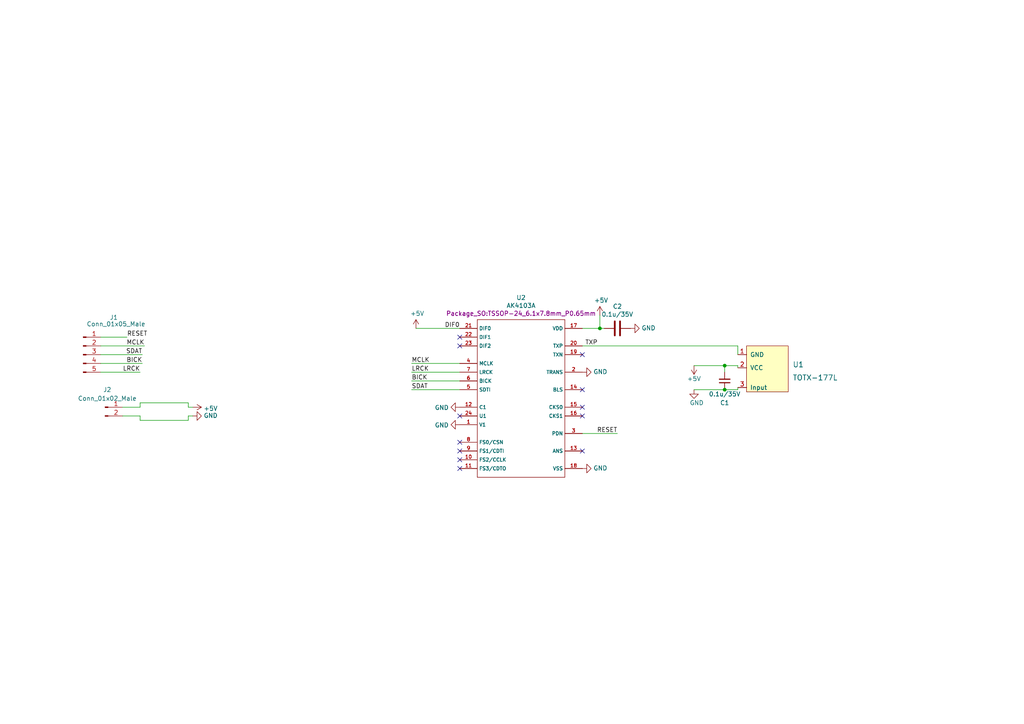
<source format=kicad_sch>
(kicad_sch (version 20211123) (generator eeschema)

  (uuid e63e39d7-6ac0-4ffd-8aa3-1841a4541b55)

  (paper "A4")

  (lib_symbols
    (symbol "Connector:Conn_01x02_Male" (pin_names (offset 1.016) hide) (in_bom yes) (on_board yes)
      (property "Reference" "J" (id 0) (at 0 2.54 0)
        (effects (font (size 1.27 1.27)))
      )
      (property "Value" "Conn_01x02_Male" (id 1) (at 0 -5.08 0)
        (effects (font (size 1.27 1.27)))
      )
      (property "Footprint" "" (id 2) (at 0 0 0)
        (effects (font (size 1.27 1.27)) hide)
      )
      (property "Datasheet" "~" (id 3) (at 0 0 0)
        (effects (font (size 1.27 1.27)) hide)
      )
      (property "ki_keywords" "connector" (id 4) (at 0 0 0)
        (effects (font (size 1.27 1.27)) hide)
      )
      (property "ki_description" "Generic connector, single row, 01x02, script generated (kicad-library-utils/schlib/autogen/connector/)" (id 5) (at 0 0 0)
        (effects (font (size 1.27 1.27)) hide)
      )
      (property "ki_fp_filters" "Connector*:*_1x??_*" (id 6) (at 0 0 0)
        (effects (font (size 1.27 1.27)) hide)
      )
      (symbol "Conn_01x02_Male_1_1"
        (polyline
          (pts
            (xy 1.27 -2.54)
            (xy 0.8636 -2.54)
          )
          (stroke (width 0.1524) (type default) (color 0 0 0 0))
          (fill (type none))
        )
        (polyline
          (pts
            (xy 1.27 0)
            (xy 0.8636 0)
          )
          (stroke (width 0.1524) (type default) (color 0 0 0 0))
          (fill (type none))
        )
        (rectangle (start 0.8636 -2.413) (end 0 -2.667)
          (stroke (width 0.1524) (type default) (color 0 0 0 0))
          (fill (type outline))
        )
        (rectangle (start 0.8636 0.127) (end 0 -0.127)
          (stroke (width 0.1524) (type default) (color 0 0 0 0))
          (fill (type outline))
        )
        (pin passive line (at 5.08 0 180) (length 3.81)
          (name "Pin_1" (effects (font (size 1.27 1.27))))
          (number "1" (effects (font (size 1.27 1.27))))
        )
        (pin passive line (at 5.08 -2.54 180) (length 3.81)
          (name "Pin_2" (effects (font (size 1.27 1.27))))
          (number "2" (effects (font (size 1.27 1.27))))
        )
      )
    )
    (symbol "Connector:Conn_01x05_Male" (pin_names (offset 1.016) hide) (in_bom yes) (on_board yes)
      (property "Reference" "J" (id 0) (at 0 7.62 0)
        (effects (font (size 1.27 1.27)))
      )
      (property "Value" "Conn_01x05_Male" (id 1) (at 0 -7.62 0)
        (effects (font (size 1.27 1.27)))
      )
      (property "Footprint" "" (id 2) (at 0 0 0)
        (effects (font (size 1.27 1.27)) hide)
      )
      (property "Datasheet" "~" (id 3) (at 0 0 0)
        (effects (font (size 1.27 1.27)) hide)
      )
      (property "ki_keywords" "connector" (id 4) (at 0 0 0)
        (effects (font (size 1.27 1.27)) hide)
      )
      (property "ki_description" "Generic connector, single row, 01x05, script generated (kicad-library-utils/schlib/autogen/connector/)" (id 5) (at 0 0 0)
        (effects (font (size 1.27 1.27)) hide)
      )
      (property "ki_fp_filters" "Connector*:*_1x??_*" (id 6) (at 0 0 0)
        (effects (font (size 1.27 1.27)) hide)
      )
      (symbol "Conn_01x05_Male_1_1"
        (polyline
          (pts
            (xy 1.27 -5.08)
            (xy 0.8636 -5.08)
          )
          (stroke (width 0.1524) (type default) (color 0 0 0 0))
          (fill (type none))
        )
        (polyline
          (pts
            (xy 1.27 -2.54)
            (xy 0.8636 -2.54)
          )
          (stroke (width 0.1524) (type default) (color 0 0 0 0))
          (fill (type none))
        )
        (polyline
          (pts
            (xy 1.27 0)
            (xy 0.8636 0)
          )
          (stroke (width 0.1524) (type default) (color 0 0 0 0))
          (fill (type none))
        )
        (polyline
          (pts
            (xy 1.27 2.54)
            (xy 0.8636 2.54)
          )
          (stroke (width 0.1524) (type default) (color 0 0 0 0))
          (fill (type none))
        )
        (polyline
          (pts
            (xy 1.27 5.08)
            (xy 0.8636 5.08)
          )
          (stroke (width 0.1524) (type default) (color 0 0 0 0))
          (fill (type none))
        )
        (rectangle (start 0.8636 -4.953) (end 0 -5.207)
          (stroke (width 0.1524) (type default) (color 0 0 0 0))
          (fill (type outline))
        )
        (rectangle (start 0.8636 -2.413) (end 0 -2.667)
          (stroke (width 0.1524) (type default) (color 0 0 0 0))
          (fill (type outline))
        )
        (rectangle (start 0.8636 0.127) (end 0 -0.127)
          (stroke (width 0.1524) (type default) (color 0 0 0 0))
          (fill (type outline))
        )
        (rectangle (start 0.8636 2.667) (end 0 2.413)
          (stroke (width 0.1524) (type default) (color 0 0 0 0))
          (fill (type outline))
        )
        (rectangle (start 0.8636 5.207) (end 0 4.953)
          (stroke (width 0.1524) (type default) (color 0 0 0 0))
          (fill (type outline))
        )
        (pin passive line (at 5.08 5.08 180) (length 3.81)
          (name "Pin_1" (effects (font (size 1.27 1.27))))
          (number "1" (effects (font (size 1.27 1.27))))
        )
        (pin passive line (at 5.08 2.54 180) (length 3.81)
          (name "Pin_2" (effects (font (size 1.27 1.27))))
          (number "2" (effects (font (size 1.27 1.27))))
        )
        (pin passive line (at 5.08 0 180) (length 3.81)
          (name "Pin_3" (effects (font (size 1.27 1.27))))
          (number "3" (effects (font (size 1.27 1.27))))
        )
        (pin passive line (at 5.08 -2.54 180) (length 3.81)
          (name "Pin_4" (effects (font (size 1.27 1.27))))
          (number "4" (effects (font (size 1.27 1.27))))
        )
        (pin passive line (at 5.08 -5.08 180) (length 3.81)
          (name "Pin_5" (effects (font (size 1.27 1.27))))
          (number "5" (effects (font (size 1.27 1.27))))
        )
      )
    )
    (symbol "Device:C" (pin_numbers hide) (pin_names (offset 0.254)) (in_bom yes) (on_board yes)
      (property "Reference" "C" (id 0) (at 0.635 2.54 0)
        (effects (font (size 1.27 1.27)) (justify left))
      )
      (property "Value" "C" (id 1) (at 0.635 -2.54 0)
        (effects (font (size 1.27 1.27)) (justify left))
      )
      (property "Footprint" "" (id 2) (at 0.9652 -3.81 0)
        (effects (font (size 1.27 1.27)) hide)
      )
      (property "Datasheet" "~" (id 3) (at 0 0 0)
        (effects (font (size 1.27 1.27)) hide)
      )
      (property "ki_keywords" "cap capacitor" (id 4) (at 0 0 0)
        (effects (font (size 1.27 1.27)) hide)
      )
      (property "ki_description" "Unpolarized capacitor" (id 5) (at 0 0 0)
        (effects (font (size 1.27 1.27)) hide)
      )
      (property "ki_fp_filters" "C_*" (id 6) (at 0 0 0)
        (effects (font (size 1.27 1.27)) hide)
      )
      (symbol "C_0_1"
        (polyline
          (pts
            (xy -2.032 -0.762)
            (xy 2.032 -0.762)
          )
          (stroke (width 0.508) (type default) (color 0 0 0 0))
          (fill (type none))
        )
        (polyline
          (pts
            (xy -2.032 0.762)
            (xy 2.032 0.762)
          )
          (stroke (width 0.508) (type default) (color 0 0 0 0))
          (fill (type none))
        )
      )
      (symbol "C_1_1"
        (pin passive line (at 0 3.81 270) (length 2.794)
          (name "~" (effects (font (size 1.27 1.27))))
          (number "1" (effects (font (size 1.27 1.27))))
        )
        (pin passive line (at 0 -3.81 90) (length 2.794)
          (name "~" (effects (font (size 1.27 1.27))))
          (number "2" (effects (font (size 1.27 1.27))))
        )
      )
    )
    (symbol "Device:C_Small" (pin_numbers hide) (pin_names (offset 0.254) hide) (in_bom yes) (on_board yes)
      (property "Reference" "C" (id 0) (at 0.254 1.778 0)
        (effects (font (size 1.27 1.27)) (justify left))
      )
      (property "Value" "C_Small" (id 1) (at 0.254 -2.032 0)
        (effects (font (size 1.27 1.27)) (justify left))
      )
      (property "Footprint" "" (id 2) (at 0 0 0)
        (effects (font (size 1.27 1.27)) hide)
      )
      (property "Datasheet" "~" (id 3) (at 0 0 0)
        (effects (font (size 1.27 1.27)) hide)
      )
      (property "ki_keywords" "capacitor cap" (id 4) (at 0 0 0)
        (effects (font (size 1.27 1.27)) hide)
      )
      (property "ki_description" "Unpolarized capacitor, small symbol" (id 5) (at 0 0 0)
        (effects (font (size 1.27 1.27)) hide)
      )
      (property "ki_fp_filters" "C_*" (id 6) (at 0 0 0)
        (effects (font (size 1.27 1.27)) hide)
      )
      (symbol "C_Small_0_1"
        (polyline
          (pts
            (xy -1.524 -0.508)
            (xy 1.524 -0.508)
          )
          (stroke (width 0.3302) (type default) (color 0 0 0 0))
          (fill (type none))
        )
        (polyline
          (pts
            (xy -1.524 0.508)
            (xy 1.524 0.508)
          )
          (stroke (width 0.3048) (type default) (color 0 0 0 0))
          (fill (type none))
        )
      )
      (symbol "C_Small_1_1"
        (pin passive line (at 0 2.54 270) (length 2.032)
          (name "~" (effects (font (size 1.27 1.27))))
          (number "1" (effects (font (size 1.27 1.27))))
        )
        (pin passive line (at 0 -2.54 90) (length 2.032)
          (name "~" (effects (font (size 1.27 1.27))))
          (number "2" (effects (font (size 1.27 1.27))))
        )
      )
    )
    (symbol "akm:AK4103A" (in_bom yes) (on_board yes)
      (property "Reference" "U" (id 0) (at -12.7 21.59 0)
        (effects (font (size 1.27 1.27)) (justify left bottom))
      )
      (property "Value" "AK4103A" (id 1) (at -12.7 -27.94 0)
        (effects (font (size 1.27 1.27)) (justify left bottom))
      )
      (property "Footprint" "akm-VSOP24" (id 2) (at 0 3.81 0)
        (effects (font (size 1.27 1.27)) hide)
      )
      (property "Datasheet" "" (id 3) (at 0 0 0)
        (effects (font (size 1.27 1.27)) hide)
      )
      (property "ki_locked" "" (id 4) (at 0 0 0)
        (effects (font (size 1.27 1.27)))
      )
      (symbol "AK4103A_1_0"
        (polyline
          (pts
            (xy -12.7 -25.4)
            (xy -12.7 20.32)
          )
          (stroke (width 0) (type default) (color 0 0 0 0))
          (fill (type none))
        )
        (polyline
          (pts
            (xy -12.7 20.32)
            (xy 12.7 20.32)
          )
          (stroke (width 0) (type default) (color 0 0 0 0))
          (fill (type none))
        )
        (polyline
          (pts
            (xy 12.7 -25.4)
            (xy -12.7 -25.4)
          )
          (stroke (width 0) (type default) (color 0 0 0 0))
          (fill (type none))
        )
        (polyline
          (pts
            (xy 12.7 20.32)
            (xy 12.7 -25.4)
          )
          (stroke (width 0) (type default) (color 0 0 0 0))
          (fill (type none))
        )
      )
      (symbol "AK4103A_1_1"
        (pin input line (at -17.78 -10.16 0) (length 5.08)
          (name "V1" (effects (font (size 1.016 1.016))))
          (number "1" (effects (font (size 1.016 1.016))))
        )
        (pin bidirectional line (at -17.78 -20.32 0) (length 5.08)
          (name "FS2/CCLK" (effects (font (size 1.016 1.016))))
          (number "10" (effects (font (size 1.016 1.016))))
        )
        (pin bidirectional line (at -17.78 -22.86 0) (length 5.08)
          (name "FS3/CDTO" (effects (font (size 1.016 1.016))))
          (number "11" (effects (font (size 1.016 1.016))))
        )
        (pin input line (at -17.78 -5.08 0) (length 5.08)
          (name "C1" (effects (font (size 1.016 1.016))))
          (number "12" (effects (font (size 1.016 1.016))))
        )
        (pin bidirectional line (at 17.78 -17.78 180) (length 5.08)
          (name "ANS" (effects (font (size 1.016 1.016))))
          (number "13" (effects (font (size 1.016 1.016))))
        )
        (pin bidirectional line (at 17.78 0 180) (length 5.08)
          (name "BLS" (effects (font (size 1.016 1.016))))
          (number "14" (effects (font (size 1.016 1.016))))
        )
        (pin input line (at 17.78 -5.08 180) (length 5.08)
          (name "CKS0" (effects (font (size 1.016 1.016))))
          (number "15" (effects (font (size 1.016 1.016))))
        )
        (pin input line (at 17.78 -7.62 180) (length 5.08)
          (name "CKS1" (effects (font (size 1.016 1.016))))
          (number "16" (effects (font (size 1.016 1.016))))
        )
        (pin bidirectional line (at 17.78 17.78 180) (length 5.08)
          (name "VDD" (effects (font (size 1.016 1.016))))
          (number "17" (effects (font (size 1.016 1.016))))
        )
        (pin bidirectional line (at 17.78 -22.86 180) (length 5.08)
          (name "VSS" (effects (font (size 1.016 1.016))))
          (number "18" (effects (font (size 1.016 1.016))))
        )
        (pin output line (at 17.78 10.16 180) (length 5.08)
          (name "TXN" (effects (font (size 1.016 1.016))))
          (number "19" (effects (font (size 1.016 1.016))))
        )
        (pin input line (at 17.78 5.08 180) (length 5.08)
          (name "TRANS" (effects (font (size 1.016 1.016))))
          (number "2" (effects (font (size 1.016 1.016))))
        )
        (pin output line (at 17.78 12.7 180) (length 5.08)
          (name "TXP" (effects (font (size 1.016 1.016))))
          (number "20" (effects (font (size 1.016 1.016))))
        )
        (pin input line (at -17.78 17.78 0) (length 5.08)
          (name "DIF0" (effects (font (size 1.016 1.016))))
          (number "21" (effects (font (size 1.016 1.016))))
        )
        (pin input line (at -17.78 15.24 0) (length 5.08)
          (name "DIF1" (effects (font (size 1.016 1.016))))
          (number "22" (effects (font (size 1.016 1.016))))
        )
        (pin input line (at -17.78 12.7 0) (length 5.08)
          (name "DIF2" (effects (font (size 1.016 1.016))))
          (number "23" (effects (font (size 1.016 1.016))))
        )
        (pin input line (at -17.78 -7.62 0) (length 5.08)
          (name "U1" (effects (font (size 1.016 1.016))))
          (number "24" (effects (font (size 1.016 1.016))))
        )
        (pin input line (at 17.78 -12.7 180) (length 5.08)
          (name "PDN" (effects (font (size 1.016 1.016))))
          (number "3" (effects (font (size 1.016 1.016))))
        )
        (pin input line (at -17.78 7.62 0) (length 5.08)
          (name "MCLK" (effects (font (size 1.016 1.016))))
          (number "4" (effects (font (size 1.016 1.016))))
        )
        (pin input line (at -17.78 0 0) (length 5.08)
          (name "SDTI" (effects (font (size 1.016 1.016))))
          (number "5" (effects (font (size 1.016 1.016))))
        )
        (pin bidirectional line (at -17.78 2.54 0) (length 5.08)
          (name "BICK" (effects (font (size 1.016 1.016))))
          (number "6" (effects (font (size 1.016 1.016))))
        )
        (pin bidirectional line (at -17.78 5.08 0) (length 5.08)
          (name "LRCK" (effects (font (size 1.016 1.016))))
          (number "7" (effects (font (size 1.016 1.016))))
        )
        (pin bidirectional line (at -17.78 -15.24 0) (length 5.08)
          (name "FS0/CSN" (effects (font (size 1.016 1.016))))
          (number "8" (effects (font (size 1.016 1.016))))
        )
        (pin bidirectional line (at -17.78 -17.78 0) (length 5.08)
          (name "FS1/CDTI" (effects (font (size 1.016 1.016))))
          (number "9" (effects (font (size 1.016 1.016))))
        )
      )
    )
    (symbol "power:+5V" (power) (pin_names (offset 0)) (in_bom yes) (on_board yes)
      (property "Reference" "#PWR" (id 0) (at 0 -3.81 0)
        (effects (font (size 1.27 1.27)) hide)
      )
      (property "Value" "+5V" (id 1) (at 0 3.556 0)
        (effects (font (size 1.27 1.27)))
      )
      (property "Footprint" "" (id 2) (at 0 0 0)
        (effects (font (size 1.27 1.27)) hide)
      )
      (property "Datasheet" "" (id 3) (at 0 0 0)
        (effects (font (size 1.27 1.27)) hide)
      )
      (property "ki_keywords" "power-flag" (id 4) (at 0 0 0)
        (effects (font (size 1.27 1.27)) hide)
      )
      (property "ki_description" "Power symbol creates a global label with name \"+5V\"" (id 5) (at 0 0 0)
        (effects (font (size 1.27 1.27)) hide)
      )
      (symbol "+5V_0_1"
        (polyline
          (pts
            (xy -0.762 1.27)
            (xy 0 2.54)
          )
          (stroke (width 0) (type default) (color 0 0 0 0))
          (fill (type none))
        )
        (polyline
          (pts
            (xy 0 0)
            (xy 0 2.54)
          )
          (stroke (width 0) (type default) (color 0 0 0 0))
          (fill (type none))
        )
        (polyline
          (pts
            (xy 0 2.54)
            (xy 0.762 1.27)
          )
          (stroke (width 0) (type default) (color 0 0 0 0))
          (fill (type none))
        )
      )
      (symbol "+5V_1_1"
        (pin power_in line (at 0 0 90) (length 0) hide
          (name "+5V" (effects (font (size 1.27 1.27))))
          (number "1" (effects (font (size 1.27 1.27))))
        )
      )
    )
    (symbol "power:GND" (power) (pin_names (offset 0)) (in_bom yes) (on_board yes)
      (property "Reference" "#PWR" (id 0) (at 0 -6.35 0)
        (effects (font (size 1.27 1.27)) hide)
      )
      (property "Value" "GND" (id 1) (at 0 -3.81 0)
        (effects (font (size 1.27 1.27)))
      )
      (property "Footprint" "" (id 2) (at 0 0 0)
        (effects (font (size 1.27 1.27)) hide)
      )
      (property "Datasheet" "" (id 3) (at 0 0 0)
        (effects (font (size 1.27 1.27)) hide)
      )
      (property "ki_keywords" "power-flag" (id 4) (at 0 0 0)
        (effects (font (size 1.27 1.27)) hide)
      )
      (property "ki_description" "Power symbol creates a global label with name \"GND\" , ground" (id 5) (at 0 0 0)
        (effects (font (size 1.27 1.27)) hide)
      )
      (symbol "GND_0_1"
        (polyline
          (pts
            (xy 0 0)
            (xy 0 -1.27)
            (xy 1.27 -1.27)
            (xy 0 -2.54)
            (xy -1.27 -1.27)
            (xy 0 -1.27)
          )
          (stroke (width 0) (type default) (color 0 0 0 0))
          (fill (type none))
        )
      )
      (symbol "GND_1_1"
        (pin power_in line (at 0 0 270) (length 0) hide
          (name "GND" (effects (font (size 1.27 1.27))))
          (number "1" (effects (font (size 1.27 1.27))))
        )
      )
    )
    (symbol "selfmade:totx177" (pin_names (offset 1.016)) (in_bom yes) (on_board yes)
      (property "Reference" "U" (id 0) (at -1.27 5.08 0)
        (effects (font (size 1.524 1.524)))
      )
      (property "Value" "totx177" (id 1) (at -4.445 -0.635 90)
        (effects (font (size 1.524 1.524)))
      )
      (property "Footprint" "footprints:Toshiba_TOTX177" (id 2) (at -1.27 1.905 0)
        (effects (font (size 1.524 1.524)) hide)
      )
      (property "Datasheet" "" (id 3) (at -1.27 1.905 0)
        (effects (font (size 1.524 1.524)) hide)
      )
      (symbol "totx177_0_1"
        (rectangle (start -5.715 5.715) (end 6.35 -7.62)
          (stroke (width 0) (type default) (color 0 0 0 0))
          (fill (type background))
        )
      )
      (symbol "totx177_1_1"
        (pin input line (at 8.89 3.175 180) (length 2.54)
          (name "GND" (effects (font (size 1.27 1.27))))
          (number "1" (effects (font (size 1.27 1.27))))
        )
        (pin input line (at 8.89 -0.635 180) (length 2.54)
          (name "VCC" (effects (font (size 1.27 1.27))))
          (number "2" (effects (font (size 1.27 1.27))))
        )
        (pin input line (at 8.89 -6.35 180) (length 2.54)
          (name "Input" (effects (font (size 1.27 1.27))))
          (number "3" (effects (font (size 1.27 1.27))))
        )
      )
    )
  )


  (junction (at 173.99 95.25) (diameter 0) (color 0 0 0 0)
    (uuid 08a7c925-7fae-4530-b0c9-120e185cb318)
  )
  (junction (at 210.185 106.045) (diameter 0) (color 0 0 0 0)
    (uuid 274bdca7-a632-4b4f-a50a-051b913f18e1)
  )
  (junction (at 210.185 113.03) (diameter 0) (color 0 0 0 0)
    (uuid a3a4ee58-d79d-49ad-8c56-75dc0f9fbfd2)
  )

  (no_connect (at 133.35 135.89) (uuid 06c259e4-fa5f-4b49-92b8-6d82aaa96d72))
  (no_connect (at 133.35 97.79) (uuid 21f16bf5-fa59-4cb4-aaaa-24a8d14a9c87))
  (no_connect (at 133.35 128.27) (uuid 2d6b95c7-553f-4495-95ce-cb62b23944eb))
  (no_connect (at 168.91 120.65) (uuid 30fb4178-773d-4224-a8bf-85fa55425eca))
  (no_connect (at 133.35 100.33) (uuid 4ef6c26e-1046-427f-9ae6-073582b997b1))
  (no_connect (at 133.35 120.65) (uuid 53a9e473-5a4e-457b-a886-d97da566fa9d))
  (no_connect (at 133.35 130.81) (uuid 5e90be12-c12d-4ef9-8792-3f9bcfb29f9e))
  (no_connect (at 168.91 118.11) (uuid 8545057b-e8b7-49e5-84a2-3b3b90a19bbb))
  (no_connect (at 168.91 113.03) (uuid c4c7714c-2833-4796-a64e-3123a2efd2b8))
  (no_connect (at 133.35 133.35) (uuid c7917408-c813-4598-b2a4-832ccc524260))
  (no_connect (at 168.91 130.81) (uuid cdf229ee-3199-459f-b5ec-7ce3c1b6bf10))
  (no_connect (at 168.91 102.87) (uuid f9002227-a65a-4d68-9326-1468d9ee86dc))

  (wire (pts (xy 213.995 113.03) (xy 213.995 112.395))
    (stroke (width 0) (type default) (color 0 0 0 0))
    (uuid 0030d980-7009-4d27-a9ec-0dace449efe2)
  )
  (wire (pts (xy 210.185 106.045) (xy 201.295 106.045))
    (stroke (width 0) (type default) (color 0 0 0 0))
    (uuid 14d4844f-cf68-4a8e-adfb-f9b2c51adc4d)
  )
  (wire (pts (xy 210.185 113.03) (xy 213.995 113.03))
    (stroke (width 0) (type default) (color 0 0 0 0))
    (uuid 179e049d-fc8b-4455-8773-983fa57269e9)
  )
  (wire (pts (xy 35.56 120.65) (xy 40.64 120.65))
    (stroke (width 0) (type solid) (color 0 0 0 0))
    (uuid 19a3752b-264a-4a7c-8586-2aad14ea72ec)
  )
  (wire (pts (xy 29.21 100.33) (xy 41.91 100.33))
    (stroke (width 0) (type default) (color 0 0 0 0))
    (uuid 440b4f96-db2f-4d3a-b254-c74d12d9bbd6)
  )
  (wire (pts (xy 201.295 113.03) (xy 210.185 113.03))
    (stroke (width 0) (type default) (color 0 0 0 0))
    (uuid 4e8af061-13ba-4ccc-ae15-9a0a4fc8cb68)
  )
  (wire (pts (xy 173.99 95.25) (xy 175.26 95.25))
    (stroke (width 0) (type solid) (color 0 0 0 0))
    (uuid 6284122b-79c3-4e04-925e-3d32cc3ec077)
  )
  (wire (pts (xy 119.38 110.49) (xy 133.35 110.49))
    (stroke (width 0) (type solid) (color 0 0 0 0))
    (uuid 6595b9c7-02ee-4647-bde5-6b566e35163e)
  )
  (wire (pts (xy 173.99 91.44) (xy 173.99 95.25))
    (stroke (width 0) (type solid) (color 0 0 0 0))
    (uuid 67763d19-f622-4e1e-81e5-5b24da7c3f99)
  )
  (wire (pts (xy 55.88 118.11) (xy 54.61 118.11))
    (stroke (width 0) (type solid) (color 0 0 0 0))
    (uuid 70400c64-f3d5-4c1e-ac05-2374b6e3977f)
  )
  (wire (pts (xy 168.91 125.73) (xy 179.07 125.73))
    (stroke (width 0) (type solid) (color 0 0 0 0))
    (uuid 84e5506c-143e-495f-9aa4-d3a71622f213)
  )
  (wire (pts (xy 210.185 106.045) (xy 210.185 107.95))
    (stroke (width 0) (type default) (color 0 0 0 0))
    (uuid 898aeee0-512d-4180-b558-d2b8589c0492)
  )
  (wire (pts (xy 40.64 116.84) (xy 40.64 118.11))
    (stroke (width 0) (type solid) (color 0 0 0 0))
    (uuid 8ad89c88-5342-4df4-82df-39b7714b10bf)
  )
  (wire (pts (xy 29.21 97.79) (xy 36.83 97.79))
    (stroke (width 0) (type solid) (color 0 0 0 0))
    (uuid 9ef7bad4-fca2-4d57-8fcc-673520faeae6)
  )
  (wire (pts (xy 213.995 106.045) (xy 210.185 106.045))
    (stroke (width 0) (type default) (color 0 0 0 0))
    (uuid a5bb727c-a28b-42d1-a285-b01a09e8bcbc)
  )
  (wire (pts (xy 119.38 105.41) (xy 133.35 105.41))
    (stroke (width 0) (type solid) (color 0 0 0 0))
    (uuid b1c649b1-f44d-46c7-9dea-818e75a1b87e)
  )
  (wire (pts (xy 40.64 118.11) (xy 35.56 118.11))
    (stroke (width 0) (type solid) (color 0 0 0 0))
    (uuid b3ef326a-7fb9-43e3-8746-445f4659e4ed)
  )
  (wire (pts (xy 119.38 113.03) (xy 133.35 113.03))
    (stroke (width 0) (type solid) (color 0 0 0 0))
    (uuid b7199d9b-bebb-4100-9ad3-c2bd31e21d65)
  )
  (wire (pts (xy 168.91 100.33) (xy 213.995 100.33))
    (stroke (width 0) (type default) (color 0 0 0 0))
    (uuid baab19c7-350c-4d10-b00d-c899fb4612e0)
  )
  (wire (pts (xy 213.995 100.33) (xy 213.995 102.87))
    (stroke (width 0) (type default) (color 0 0 0 0))
    (uuid c9d8fb4c-9b7f-4222-907c-1f68d5ec29c5)
  )
  (wire (pts (xy 40.64 120.65) (xy 40.64 121.92))
    (stroke (width 0) (type solid) (color 0 0 0 0))
    (uuid cb49e569-4984-47e2-a606-a13ec0213386)
  )
  (wire (pts (xy 54.61 120.65) (xy 55.88 120.65))
    (stroke (width 0) (type solid) (color 0 0 0 0))
    (uuid ded14c0a-315c-40db-9eaa-bd4d4782953c)
  )
  (wire (pts (xy 54.61 121.92) (xy 54.61 120.65))
    (stroke (width 0) (type solid) (color 0 0 0 0))
    (uuid e3e3fa79-00eb-4b8c-9b9b-c3bf1f2348e2)
  )
  (wire (pts (xy 120.65 95.25) (xy 133.35 95.25))
    (stroke (width 0) (type solid) (color 0 0 0 0))
    (uuid e4c6fdbb-fdc7-4ad4-a516-240d84cdc120)
  )
  (wire (pts (xy 54.61 118.11) (xy 54.61 116.84))
    (stroke (width 0) (type solid) (color 0 0 0 0))
    (uuid f14f4630-ca56-4a97-9bce-501f45c538bc)
  )
  (wire (pts (xy 29.21 105.41) (xy 41.275 105.41))
    (stroke (width 0) (type default) (color 0 0 0 0))
    (uuid f2b7d031-748f-4da0-9a8c-fca7533e562d)
  )
  (wire (pts (xy 40.64 116.84) (xy 54.61 116.84))
    (stroke (width 0) (type solid) (color 0 0 0 0))
    (uuid f3421ad6-dc28-4572-a569-f09feee4e816)
  )
  (wire (pts (xy 119.38 107.95) (xy 133.35 107.95))
    (stroke (width 0) (type solid) (color 0 0 0 0))
    (uuid f3628265-0155-43e2-a467-c40ff783e265)
  )
  (wire (pts (xy 168.91 95.25) (xy 173.99 95.25))
    (stroke (width 0) (type solid) (color 0 0 0 0))
    (uuid f40d350f-0d3e-4f8a-b004-d950f2f8f1ba)
  )
  (wire (pts (xy 213.995 106.045) (xy 213.995 106.68))
    (stroke (width 0) (type default) (color 0 0 0 0))
    (uuid f4a1030f-e71b-4405-a0ed-70ebe04ae1ed)
  )
  (wire (pts (xy 29.21 102.87) (xy 41.275 102.87))
    (stroke (width 0) (type default) (color 0 0 0 0))
    (uuid f89c2c5c-e222-4e0c-87e6-adabc805b3ff)
  )
  (wire (pts (xy 40.64 121.92) (xy 54.61 121.92))
    (stroke (width 0) (type solid) (color 0 0 0 0))
    (uuid fcdaee6d-5762-4231-b813-1a7a7ef96143)
  )
  (wire (pts (xy 29.21 107.95) (xy 40.64 107.95))
    (stroke (width 0) (type solid) (color 0 0 0 0))
    (uuid ffdd2932-0263-4b0d-976c-c3107bb66427)
  )

  (label "SDAT" (at 41.275 102.87 180)
    (effects (font (size 1.27 1.27)) (justify right bottom))
    (uuid 253529a8-0aa5-4a4f-b2c4-7054b3e1e305)
  )
  (label "TXP" (at 173.355 100.33 180)
    (effects (font (size 1.27 1.27)) (justify right bottom))
    (uuid 382ca670-6ae8-4de6-90f9-f241d1337171)
  )
  (label "RESET" (at 179.07 125.73 180)
    (effects (font (size 1.27 1.27)) (justify right bottom))
    (uuid 5cf2db29-f7ab-499a-9907-cdeba64bf0f3)
  )
  (label "LRCK" (at 40.64 107.95 180)
    (effects (font (size 1.27 1.27)) (justify right bottom))
    (uuid 5ece25fc-3cfb-4202-93ca-39d81d8ece73)
  )
  (label "MCLK" (at 119.38 105.41 0)
    (effects (font (size 1.27 1.27)) (justify left bottom))
    (uuid 7982b0aa-ef8e-47f9-a2a9-295924d921de)
  )
  (label "BICK" (at 41.275 105.41 180)
    (effects (font (size 1.27 1.27)) (justify right bottom))
    (uuid 83c0839b-f43b-4763-b8dd-bb3f89b063b7)
  )
  (label "BICK" (at 119.38 110.49 0)
    (effects (font (size 1.27 1.27)) (justify left bottom))
    (uuid 9b3c58a7-a9b9-4498-abc0-f9f43e4f0292)
  )
  (label "LRCK" (at 119.38 107.95 0)
    (effects (font (size 1.27 1.27)) (justify left bottom))
    (uuid c094494a-f6f7-43fc-a007-4951484ddf3a)
  )
  (label "SDAT" (at 119.38 113.03 0)
    (effects (font (size 1.27 1.27)) (justify left bottom))
    (uuid e40e8cef-4fb0-4fc3-be09-3875b2cc8469)
  )
  (label "DIF0" (at 133.35 95.25 180)
    (effects (font (size 1.27 1.27)) (justify right bottom))
    (uuid e65b62be-e01b-4688-a999-1d1be370c4ae)
  )
  (label "RESET" (at 36.83 97.79 0)
    (effects (font (size 1.27 1.27)) (justify left bottom))
    (uuid f1bb632a-9111-4cf7-911f-c2eae6abb9e9)
  )
  (label "MCLK" (at 41.91 100.33 180)
    (effects (font (size 1.27 1.27)) (justify right bottom))
    (uuid f9b756c8-9c0c-41d3-9f2c-a10679623802)
  )

  (symbol (lib_id "akm:AK4103A") (at 151.13 113.03 0) (unit 1)
    (in_bom yes) (on_board yes)
    (uuid 04debc0c-4080-4717-aef8-9a800102db0a)
    (property "Reference" "U2" (id 0) (at 151.13 86.3282 0))
    (property "Value" "AK4103A" (id 1) (at 151.13 88.6269 0))
    (property "Footprint" "Package_SO:TSSOP-24_6.1x7.8mm_P0.65mm" (id 2) (at 151.13 90.9256 0))
    (property "Datasheet" "" (id 3) (at 151.13 113.03 0)
      (effects (font (size 1.27 1.27)) hide)
    )
    (pin "1" (uuid 7ac1ccc5-26c5-4b73-8425-7bbec927bf24))
    (pin "10" (uuid 26296271-780a-4da9-8e69-910d9240bca1))
    (pin "11" (uuid 1a7e7b16-fc7c-4e64-9ace-48cc78112437))
    (pin "12" (uuid 173fd4a7-b485-4e9d-8724-470865466784))
    (pin "13" (uuid 96ee9b8e-4543-4639-b9ea-44b8baaaf94e))
    (pin "14" (uuid bab3431c-ede6-417b-8033-763748a11a9f))
    (pin "15" (uuid 5f059fcf-8990-4db3-9058-7f232d9600e1))
    (pin "16" (uuid 6a25c4e1-7129-430c-892b-6eecb6ffdb47))
    (pin "17" (uuid d8f24303-7e52-49a9-9e82-8d60c3aaa009))
    (pin "18" (uuid fcb4f52a-a6cb-4ca0-970a-4c8a2c0f3942))
    (pin "19" (uuid a08c061a-7f5b-4909-b673-0d0a59a012a3))
    (pin "2" (uuid 6a1ae8ee-dea6-4015-b83e-baf8fcdfaf0f))
    (pin "20" (uuid 5cc7655c-62f2-43d2-a7a5-eaa4635dada8))
    (pin "21" (uuid 8efe6411-1919-4082-b5b8-393585e068c8))
    (pin "22" (uuid 4e7a230a-c1a4-4455-81ee-277835acf4a2))
    (pin "23" (uuid 2bbd6c26-4114-4518-8f4a-c6fdadc046b6))
    (pin "24" (uuid 51f5536d-48d2-4807-be44-93f427952b0e))
    (pin "3" (uuid fe4068b9-89da-4c59-ba51-b5949772f5d8))
    (pin "4" (uuid 92574e8a-729f-48de-afcb-97b4f5e826f8))
    (pin "5" (uuid b6924901-677d-424a-a3f4-52c8dd1fa5f5))
    (pin "6" (uuid 41ab46ed-40f5-461d-81aa-1f02dc069a49))
    (pin "7" (uuid d8d71ad3-6fd1-4a98-9c1f-70c4fbf3d1d1))
    (pin "8" (uuid 105d44ff-63b9-4299-9078-473af583971a))
    (pin "9" (uuid 341e67eb-d5e1-4cb7-9d11-5aa4ab832a2a))
  )

  (symbol (lib_id "power:+5V") (at 55.88 118.11 270) (unit 1)
    (in_bom yes) (on_board yes)
    (uuid 130406d2-4302-4e1d-b658-c7bc230801bb)
    (property "Reference" "#PWR0105" (id 0) (at 52.07 118.11 0)
      (effects (font (size 1.27 1.27)) hide)
    )
    (property "Value" "+5V" (id 1) (at 59.0551 118.4783 90)
      (effects (font (size 1.27 1.27)) (justify left))
    )
    (property "Footprint" "" (id 2) (at 55.88 118.11 0)
      (effects (font (size 1.27 1.27)) hide)
    )
    (property "Datasheet" "" (id 3) (at 55.88 118.11 0)
      (effects (font (size 1.27 1.27)) hide)
    )
    (pin "1" (uuid 5ac4559b-633c-43e4-8782-df6274d320e4))
  )

  (symbol (lib_id "Connector:Conn_01x02_Male") (at 30.48 118.11 0) (unit 1)
    (in_bom yes) (on_board yes) (fields_autoplaced)
    (uuid 18cf945f-cbf7-4d6e-86ed-ded06535d11c)
    (property "Reference" "J2" (id 0) (at 31.115 113.03 0))
    (property "Value" "Conn_01x02_Male" (id 1) (at 31.115 115.57 0))
    (property "Footprint" "Connector_JST:JST_PH_S2B-PH-K_1x02_P2.00mm_Horizontal" (id 2) (at 30.48 118.11 0)
      (effects (font (size 1.27 1.27)) hide)
    )
    (property "Datasheet" "~" (id 3) (at 30.48 118.11 0)
      (effects (font (size 1.27 1.27)) hide)
    )
    (pin "1" (uuid 4578199c-bda8-4a59-976f-1635cb8ffe78))
    (pin "2" (uuid 2f2b6f62-7e2f-492e-8536-3ce47a5c16bb))
  )

  (symbol (lib_id "power:GND") (at 182.88 95.25 90) (unit 1)
    (in_bom yes) (on_board yes)
    (uuid 1e00b6f0-ddd9-4ba1-9545-6bad63a72b18)
    (property "Reference" "#PWR0107" (id 0) (at 189.23 95.25 0)
      (effects (font (size 1.27 1.27)) hide)
    )
    (property "Value" "GND" (id 1) (at 186.0551 95.1357 90)
      (effects (font (size 1.27 1.27)) (justify right))
    )
    (property "Footprint" "" (id 2) (at 182.88 95.25 0)
      (effects (font (size 1.27 1.27)) hide)
    )
    (property "Datasheet" "" (id 3) (at 182.88 95.25 0)
      (effects (font (size 1.27 1.27)) hide)
    )
    (pin "1" (uuid 7d2422a2-6679-4b2f-b253-47eef0da2414))
  )

  (symbol (lib_id "power:GND") (at 168.91 107.95 90) (unit 1)
    (in_bom yes) (on_board yes)
    (uuid 286a2fe5-fa63-401e-8b5b-12f1d7182d49)
    (property "Reference" "#PWR0112" (id 0) (at 175.26 107.95 0)
      (effects (font (size 1.27 1.27)) hide)
    )
    (property "Value" "GND" (id 1) (at 172.0851 107.8357 90)
      (effects (font (size 1.27 1.27)) (justify right))
    )
    (property "Footprint" "" (id 2) (at 168.91 107.95 0)
      (effects (font (size 1.27 1.27)) hide)
    )
    (property "Datasheet" "" (id 3) (at 168.91 107.95 0)
      (effects (font (size 1.27 1.27)) hide)
    )
    (pin "1" (uuid 3273ec61-4a33-41c2-82bf-cde7c8587c1b))
  )

  (symbol (lib_id "power:GND") (at 133.35 118.11 270) (unit 1)
    (in_bom yes) (on_board yes)
    (uuid 4dfb92a4-56e5-4b3a-9197-4002edeae444)
    (property "Reference" "#PWR0111" (id 0) (at 127 118.11 0)
      (effects (font (size 1.27 1.27)) hide)
    )
    (property "Value" "GND" (id 1) (at 130.1749 118.2243 90)
      (effects (font (size 1.27 1.27)) (justify right))
    )
    (property "Footprint" "" (id 2) (at 133.35 118.11 0)
      (effects (font (size 1.27 1.27)) hide)
    )
    (property "Datasheet" "" (id 3) (at 133.35 118.11 0)
      (effects (font (size 1.27 1.27)) hide)
    )
    (pin "1" (uuid 5a889284-4c9f-49be-8f02-e43e18550914))
  )

  (symbol (lib_id "power:GND") (at 201.295 113.03 0) (mirror y) (unit 1)
    (in_bom yes) (on_board yes)
    (uuid 4e9b86dd-fb56-47f1-8d53-4bd48819a25b)
    (property "Reference" "#PWR0102" (id 0) (at 201.295 119.38 0)
      (effects (font (size 1.27 1.27)) hide)
    )
    (property "Value" "GND" (id 1) (at 200.025 116.84 0)
      (effects (font (size 1.27 1.27)) (justify right))
    )
    (property "Footprint" "" (id 2) (at 201.295 113.03 0)
      (effects (font (size 1.27 1.27)) hide)
    )
    (property "Datasheet" "" (id 3) (at 201.295 113.03 0)
      (effects (font (size 1.27 1.27)) hide)
    )
    (pin "1" (uuid 3dbd35b2-a635-4c33-b08e-e5a866130c65))
  )

  (symbol (lib_id "power:+5V") (at 201.295 106.045 0) (mirror x) (unit 1)
    (in_bom yes) (on_board yes)
    (uuid 4edbf843-e6eb-4c6f-a556-4bb8d253a3f5)
    (property "Reference" "#PWR0101" (id 0) (at 201.295 102.235 0)
      (effects (font (size 1.27 1.27)) hide)
    )
    (property "Value" "+5V" (id 1) (at 201.295 109.855 0))
    (property "Footprint" "" (id 2) (at 201.295 106.045 0)
      (effects (font (size 1.27 1.27)) hide)
    )
    (property "Datasheet" "" (id 3) (at 201.295 106.045 0)
      (effects (font (size 1.27 1.27)) hide)
    )
    (pin "1" (uuid 2851cb41-df6d-4ca2-897a-74eac1b4e66c))
  )

  (symbol (lib_id "Device:C_Small") (at 210.185 110.49 0) (mirror x) (unit 1)
    (in_bom yes) (on_board yes)
    (uuid 5c8001ed-df23-4c03-bf06-383745b6e880)
    (property "Reference" "C1" (id 0) (at 210.185 116.84 0))
    (property "Value" "0.1u/35V" (id 1) (at 210.185 114.3 0))
    (property "Footprint" "Capacitor_SMD:C_0603_1608Metric" (id 2) (at 210.185 110.49 0)
      (effects (font (size 1.27 1.27)) hide)
    )
    (property "Datasheet" "~" (id 3) (at 210.185 110.49 0)
      (effects (font (size 1.27 1.27)) hide)
    )
    (pin "1" (uuid 117fdabc-432f-431d-bccd-33102ea177aa))
    (pin "2" (uuid ec09aab6-38c3-4f37-a283-24d050bec7d4))
  )

  (symbol (lib_id "power:GND") (at 133.35 123.19 270) (unit 1)
    (in_bom yes) (on_board yes)
    (uuid 6fa05153-0167-4b10-b6fb-ac9032665420)
    (property "Reference" "#PWR09" (id 0) (at 127 123.19 0)
      (effects (font (size 1.27 1.27)) hide)
    )
    (property "Value" "GND" (id 1) (at 130.1749 123.3043 90)
      (effects (font (size 1.27 1.27)) (justify right))
    )
    (property "Footprint" "" (id 2) (at 133.35 123.19 0)
      (effects (font (size 1.27 1.27)) hide)
    )
    (property "Datasheet" "" (id 3) (at 133.35 123.19 0)
      (effects (font (size 1.27 1.27)) hide)
    )
    (pin "1" (uuid eb1b2aa2-a3cc-4a96-87ec-70fcae365f0f))
  )

  (symbol (lib_id "power:GND") (at 55.88 120.65 90) (unit 1)
    (in_bom yes) (on_board yes)
    (uuid 795ef786-b784-4b12-af37-03686c5d1cf3)
    (property "Reference" "#PWR0103" (id 0) (at 62.23 120.65 0)
      (effects (font (size 1.27 1.27)) hide)
    )
    (property "Value" "GND" (id 1) (at 59.0551 120.5357 90)
      (effects (font (size 1.27 1.27)) (justify right))
    )
    (property "Footprint" "" (id 2) (at 55.88 120.65 0)
      (effects (font (size 1.27 1.27)) hide)
    )
    (property "Datasheet" "" (id 3) (at 55.88 120.65 0)
      (effects (font (size 1.27 1.27)) hide)
    )
    (pin "1" (uuid 786011cb-342d-4ec5-9602-75f0bdd4b88f))
  )

  (symbol (lib_id "selfmade:totx177") (at 222.885 106.045 0) (mirror y) (unit 1)
    (in_bom yes) (on_board yes) (fields_autoplaced)
    (uuid 827e08b4-e65f-4e14-95ac-524ec991f7af)
    (property "Reference" "U1" (id 0) (at 229.87 105.7275 0)
      (effects (font (size 1.524 1.524)) (justify right))
    )
    (property "Value" "TOTX-177L" (id 1) (at 229.87 109.5375 0)
      (effects (font (size 1.524 1.524)) (justify right))
    )
    (property "Footprint" "footprints:Toshiba_TOTX177" (id 2) (at 224.155 104.14 0)
      (effects (font (size 1.524 1.524)) hide)
    )
    (property "Datasheet" "" (id 3) (at 224.155 104.14 0)
      (effects (font (size 1.524 1.524)) hide)
    )
    (pin "1" (uuid fe70beb6-5a5d-44ad-9cb0-b8140f5733f6))
    (pin "2" (uuid 805ce00c-043c-48c3-9591-0dcf4c786b27))
    (pin "3" (uuid 55c9bbbb-4bdc-4fc3-88fa-29053f477fa5))
  )

  (symbol (lib_id "power:+5V") (at 173.99 91.44 0) (unit 1)
    (in_bom yes) (on_board yes)
    (uuid 8e1bf491-3d27-4187-838c-198fb49bfc42)
    (property "Reference" "#PWR0104" (id 0) (at 173.99 95.25 0)
      (effects (font (size 1.27 1.27)) hide)
    )
    (property "Value" "+5V" (id 1) (at 174.3583 87.1156 0))
    (property "Footprint" "" (id 2) (at 173.99 91.44 0)
      (effects (font (size 1.27 1.27)) hide)
    )
    (property "Datasheet" "" (id 3) (at 173.99 91.44 0)
      (effects (font (size 1.27 1.27)) hide)
    )
    (pin "1" (uuid 3bb9c3d4-9a6f-41ac-8d1e-92ed4fe334c0))
  )

  (symbol (lib_id "Device:C") (at 179.07 95.25 270) (unit 1)
    (in_bom yes) (on_board yes)
    (uuid 94bc1406-7b89-4767-b44d-59c48e810678)
    (property "Reference" "C2" (id 0) (at 179.07 88.8808 90))
    (property "Value" "0.1u/35V" (id 1) (at 179.07 91.1795 90))
    (property "Footprint" "Capacitor_SMD:C_0603_1608Metric" (id 2) (at 175.26 96.2152 0)
      (effects (font (size 1.27 1.27)) hide)
    )
    (property "Datasheet" "~" (id 3) (at 179.07 95.25 0)
      (effects (font (size 1.27 1.27)) hide)
    )
    (pin "1" (uuid 7ce4aab5-8271-4432-a4b1-bff168293b45))
    (pin "2" (uuid 24fd922c-d488-4d61-b6dc-9d3e359ccc82))
  )

  (symbol (lib_id "power:GND") (at 168.91 135.89 90) (unit 1)
    (in_bom yes) (on_board yes)
    (uuid a341d8f1-0f9a-4f15-a44d-69ed966b1ad6)
    (property "Reference" "#PWR0116" (id 0) (at 175.26 135.89 0)
      (effects (font (size 1.27 1.27)) hide)
    )
    (property "Value" "GND" (id 1) (at 172.0851 135.7757 90)
      (effects (font (size 1.27 1.27)) (justify right))
    )
    (property "Footprint" "" (id 2) (at 168.91 135.89 0)
      (effects (font (size 1.27 1.27)) hide)
    )
    (property "Datasheet" "" (id 3) (at 168.91 135.89 0)
      (effects (font (size 1.27 1.27)) hide)
    )
    (pin "1" (uuid 5c1d6842-15a5-4f73-b198-8836681840a1))
  )

  (symbol (lib_id "power:+5V") (at 120.65 95.25 0) (unit 1)
    (in_bom yes) (on_board yes)
    (uuid aa4331b0-36fd-4194-ad5f-81414fbfba4c)
    (property "Reference" "#PWR0110" (id 0) (at 120.65 99.06 0)
      (effects (font (size 1.27 1.27)) hide)
    )
    (property "Value" "+5V" (id 1) (at 121.0183 90.9256 0))
    (property "Footprint" "" (id 2) (at 120.65 95.25 0)
      (effects (font (size 1.27 1.27)) hide)
    )
    (property "Datasheet" "" (id 3) (at 120.65 95.25 0)
      (effects (font (size 1.27 1.27)) hide)
    )
    (pin "1" (uuid 3335d379-08d8-4469-9fa1-495ed5a43fba))
  )

  (symbol (lib_id "Connector:Conn_01x05_Male") (at 24.13 102.87 0) (unit 1)
    (in_bom yes) (on_board yes)
    (uuid ff659391-c1b5-4db7-a75c-a813fac59ee3)
    (property "Reference" "J1" (id 0) (at 33.02 92.075 0))
    (property "Value" "Conn_01x05_Male" (id 1) (at 33.655 93.98 0))
    (property "Footprint" "Connector_JST:JST_PH_S5B-PH-K_1x05_P2.00mm_Horizontal" (id 2) (at 24.13 102.87 0)
      (effects (font (size 1.27 1.27)) hide)
    )
    (property "Datasheet" "~" (id 3) (at 24.13 102.87 0)
      (effects (font (size 1.27 1.27)) hide)
    )
    (pin "1" (uuid f48489d8-5c31-4b06-8c39-f1ba743ce4cf))
    (pin "2" (uuid 3b408f8e-7cdc-4811-bfb2-c2fa0b6fd563))
    (pin "3" (uuid f6dea433-43a4-4b27-9891-9aeafd424c31))
    (pin "4" (uuid a8ece060-6087-48f7-be36-5a91cae300db))
    (pin "5" (uuid d1626d62-0f78-4103-9d75-3163ed295fd3))
  )

  (sheet_instances
    (path "/" (page "1"))
  )

  (symbol_instances
    (path "/6fa05153-0167-4b10-b6fb-ac9032665420"
      (reference "#PWR09") (unit 1) (value "GND") (footprint "")
    )
    (path "/4edbf843-e6eb-4c6f-a556-4bb8d253a3f5"
      (reference "#PWR0101") (unit 1) (value "+5V") (footprint "")
    )
    (path "/4e9b86dd-fb56-47f1-8d53-4bd48819a25b"
      (reference "#PWR0102") (unit 1) (value "GND") (footprint "")
    )
    (path "/795ef786-b784-4b12-af37-03686c5d1cf3"
      (reference "#PWR0103") (unit 1) (value "GND") (footprint "")
    )
    (path "/8e1bf491-3d27-4187-838c-198fb49bfc42"
      (reference "#PWR0104") (unit 1) (value "+5V") (footprint "")
    )
    (path "/130406d2-4302-4e1d-b658-c7bc230801bb"
      (reference "#PWR0105") (unit 1) (value "+5V") (footprint "")
    )
    (path "/1e00b6f0-ddd9-4ba1-9545-6bad63a72b18"
      (reference "#PWR0107") (unit 1) (value "GND") (footprint "")
    )
    (path "/aa4331b0-36fd-4194-ad5f-81414fbfba4c"
      (reference "#PWR0110") (unit 1) (value "+5V") (footprint "")
    )
    (path "/4dfb92a4-56e5-4b3a-9197-4002edeae444"
      (reference "#PWR0111") (unit 1) (value "GND") (footprint "")
    )
    (path "/286a2fe5-fa63-401e-8b5b-12f1d7182d49"
      (reference "#PWR0112") (unit 1) (value "GND") (footprint "")
    )
    (path "/a341d8f1-0f9a-4f15-a44d-69ed966b1ad6"
      (reference "#PWR0116") (unit 1) (value "GND") (footprint "")
    )
    (path "/5c8001ed-df23-4c03-bf06-383745b6e880"
      (reference "C1") (unit 1) (value "0.1u/35V") (footprint "Capacitor_SMD:C_0603_1608Metric")
    )
    (path "/94bc1406-7b89-4767-b44d-59c48e810678"
      (reference "C2") (unit 1) (value "0.1u/35V") (footprint "Capacitor_SMD:C_0603_1608Metric")
    )
    (path "/ff659391-c1b5-4db7-a75c-a813fac59ee3"
      (reference "J1") (unit 1) (value "Conn_01x05_Male") (footprint "Connector_JST:JST_PH_S5B-PH-K_1x05_P2.00mm_Horizontal")
    )
    (path "/18cf945f-cbf7-4d6e-86ed-ded06535d11c"
      (reference "J2") (unit 1) (value "Conn_01x02_Male") (footprint "Connector_JST:JST_PH_S2B-PH-K_1x02_P2.00mm_Horizontal")
    )
    (path "/827e08b4-e65f-4e14-95ac-524ec991f7af"
      (reference "U1") (unit 1) (value "TOTX-177L") (footprint "footprints:Toshiba_TOTX177")
    )
    (path "/04debc0c-4080-4717-aef8-9a800102db0a"
      (reference "U2") (unit 1) (value "AK4103A") (footprint "Package_SO:TSSOP-24_6.1x7.8mm_P0.65mm")
    )
  )
)

</source>
